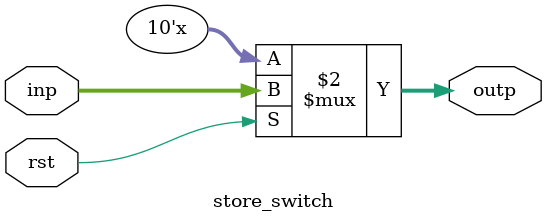
<source format=v>
`timescale 1ns / 1ps


module store_switch(
    input wire rst,
    input wire [0:9] inp,
    output reg [0:9] outp
    );
    
    always @(rst) begin
        if (rst) begin
            outp <= inp;
        end
     end
endmodule

</source>
